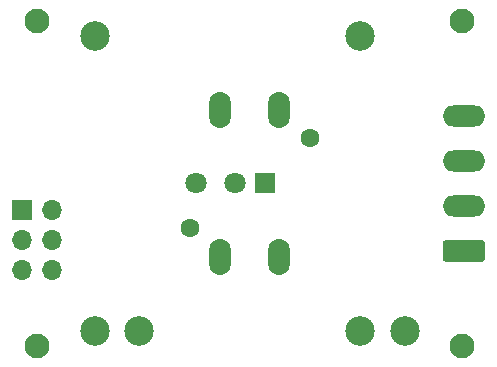
<source format=gbs>
%TF.GenerationSoftware,KiCad,Pcbnew,(6.0.0)*%
%TF.CreationDate,2022-05-26T17:50:24+02:00*%
%TF.ProjectId,slider,736c6964-6572-42e6-9b69-6361645f7063,rev?*%
%TF.SameCoordinates,Original*%
%TF.FileFunction,Soldermask,Bot*%
%TF.FilePolarity,Negative*%
%FSLAX46Y46*%
G04 Gerber Fmt 4.6, Leading zero omitted, Abs format (unit mm)*
G04 Created by KiCad (PCBNEW (6.0.0)) date 2022-05-26 17:50:24*
%MOMM*%
%LPD*%
G01*
G04 APERTURE LIST*
G04 Aperture macros list*
%AMRoundRect*
0 Rectangle with rounded corners*
0 $1 Rounding radius*
0 $2 $3 $4 $5 $6 $7 $8 $9 X,Y pos of 4 corners*
0 Add a 4 corners polygon primitive as box body*
4,1,4,$2,$3,$4,$5,$6,$7,$8,$9,$2,$3,0*
0 Add four circle primitives for the rounded corners*
1,1,$1+$1,$2,$3*
1,1,$1+$1,$4,$5*
1,1,$1+$1,$6,$7*
1,1,$1+$1,$8,$9*
0 Add four rect primitives between the rounded corners*
20,1,$1+$1,$2,$3,$4,$5,0*
20,1,$1+$1,$4,$5,$6,$7,0*
20,1,$1+$1,$6,$7,$8,$9,0*
20,1,$1+$1,$8,$9,$2,$3,0*%
G04 Aperture macros list end*
%ADD10C,2.100000*%
%ADD11R,1.700000X1.700000*%
%ADD12O,1.700000X1.700000*%
%ADD13RoundRect,0.250000X1.550000X-0.650000X1.550000X0.650000X-1.550000X0.650000X-1.550000X-0.650000X0*%
%ADD14O,3.600000X1.800000*%
%ADD15C,2.500000*%
%ADD16R,1.800000X1.800000*%
%ADD17C,1.800000*%
%ADD18O,1.850000X3.048000*%
%ADD19C,1.600000*%
G04 APERTURE END LIST*
D10*
%TO.C,H2*%
X158000000Y-86250000D03*
%TD*%
%TO.C,H4*%
X158000000Y-113750000D03*
%TD*%
D11*
%TO.C,J4*%
X120725000Y-102250000D03*
D12*
X123265000Y-102250000D03*
X120725000Y-104790000D03*
X123265000Y-104790000D03*
X120725000Y-107330000D03*
X123265000Y-107330000D03*
%TD*%
D13*
%TO.C,J8*%
X158142500Y-105697500D03*
D14*
X158142500Y-101887500D03*
X158142500Y-98077500D03*
X158142500Y-94267500D03*
%TD*%
D10*
%TO.C,H1*%
X122000000Y-113750000D03*
%TD*%
%TO.C,H3*%
X122000000Y-86250000D03*
%TD*%
D15*
%TO.C,RV1*%
X126875000Y-112500000D03*
X130625000Y-112500000D03*
X126875000Y-87500000D03*
%TD*%
D16*
%TO.C,D1*%
X141275000Y-100000000D03*
D17*
X138735000Y-100000000D03*
%TD*%
D15*
%TO.C,RV2*%
X149375000Y-112500000D03*
X153125000Y-112500000D03*
X149375000Y-87500000D03*
%TD*%
D17*
%TO.C,SW1*%
X135500000Y-100000000D03*
D18*
X137500000Y-93750000D03*
X137500000Y-106250000D03*
X142500000Y-93750000D03*
X142500000Y-106250000D03*
D19*
X145080000Y-96190000D03*
X134920000Y-103810000D03*
%TD*%
M02*

</source>
